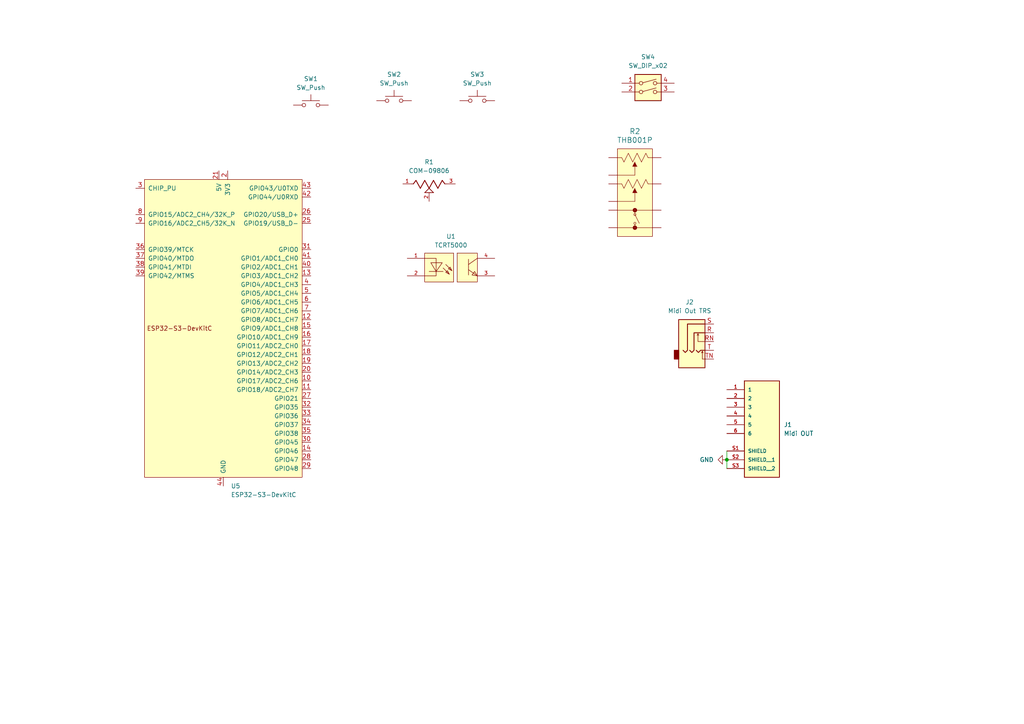
<source format=kicad_sch>
(kicad_sch (version 20231120) (generator "eeschema") (generator_version "8.0")
  (paper "A4")
  (lib_symbols
    (symbol "COM-09806:COM-09806" (pin_names (offset 1.016))
      (property "Reference" "R" (at -5.08 5.08 0))
      (property "Value" "COM-09806" (at -5.08 2.54 0))
      (symbol "COM-09806_0_0"
        (polyline (pts (xy -5.08 0) (xy -4.572 0)) (stroke (width 0.1524)))
        (polyline (pts (xy -4.572 0) (xy -3.81 1.016)) (stroke (width 0.254)))
        (polyline (pts (xy -3.81 1.016) (xy -2.54 -1.27)) (stroke (width 0.254)))
        (polyline (pts (xy -2.54 -1.27) (xy -1.27 1.016)) (stroke (width 0.254)))
        (polyline (pts (xy -1.27 -2.54) (xy 0 -1.27)) (stroke (width 0.2032)))
        (polyline (pts (xy -1.27 1.016) (xy 0 -1.27)) (stroke (width 0.254)))
        (polyline (pts (xy 0 -1.27) (xy 1.27 -2.54)) (stroke (width 0.2032)))
        (polyline (pts (xy 0 -1.27) (xy 1.27 1.016)) (stroke (width 0.254)))
        (polyline (pts (xy 1.27 -2.54) (xy -1.27 -2.54)) (stroke (width 0.2032)))
        (polyline (pts (xy 1.27 1.016) (xy 2.54 -1.27)) (stroke (width 0.254)))
        (polyline (pts (xy 2.54 -1.27) (xy 3.81 1.016)) (stroke (width 0.254)))
        (polyline (pts (xy 3.81 1.016) (xy 4.572 0)) (stroke (width 0.254)))
        (polyline (pts (xy 4.572 0) (xy 5.08 0)) (stroke (width 0.1524)))
        (pin passive line (at -7.62 0 0) (length 2.54) (name "~") (number "1"))
        (pin passive line (at 0 -5.08 90) (length 2.54) (name "~") (number "2"))
        (pin passive line (at 7.62 0 180) (length 2.54) (name "~") (number "3"))
      )
    )
    (symbol "Connector_Audio:AudioJack3_SwitchTR"
      (property "Reference" "J" (at 0 8.89 0))
      (property "Value" "AudioJack3_SwitchTR" (at 0 6.35 0))
      (symbol "AudioJack3_SwitchTR_0_1"
        (rectangle (start -5.08 -5.08) (end -6.35 -7.62) (stroke (width 0.254)) (fill (type outline)))
        (polyline (pts (xy 0.508 -0.254) (xy 0.762 -0.762)))
        (polyline (pts (xy 1.778 -5.334) (xy 2.032 -5.842)))
        (polyline (pts (xy 0 -5.08) (xy 0.635 -5.715) (xy 1.27 -5.08) (xy 2.54 -5.08)) (stroke (width 0.254)))
        (polyline (pts (xy 2.54 -7.62) (xy 1.778 -7.62) (xy 1.778 -5.334) (xy 1.524 -5.842)))
        (polyline (pts (xy 2.54 -2.54) (xy 0.508 -2.54) (xy 0.508 -0.254) (xy 0.254 -0.762)))
        (polyline (pts (xy -1.905 -5.08) (xy -1.27 -5.715) (xy -0.635 -5.08) (xy -0.635 0) (xy 2.54 0)) (stroke (width 0.254)))
        (polyline (pts (xy 2.54 2.54) (xy -2.54 2.54) (xy -2.54 -5.08) (xy -3.175 -5.715) (xy -3.81 -5.08)) (stroke (width 0.254)))
        (rectangle (start 2.54 3.81) (end -5.08 -10.16) (stroke (width 0.254)) (fill (type background)))
      )
      (symbol "AudioJack3_SwitchTR_1_1"
        (pin passive line (at 5.08 0 180) (length 2.54) (name "~") (number "R"))
        (pin passive line (at 5.08 -2.54 180) (length 2.54) (name "~") (number "RN"))
        (pin passive line (at 5.08 2.54 180) (length 2.54) (name "~") (number "S"))
        (pin passive line (at 5.08 -5.08 180) (length 2.54) (name "~") (number "T"))
        (pin passive line (at 5.08 -7.62 180) (length 2.54) (name "~") (number "TN"))
      )
    )
    (symbol "Espressif:ESP32-S3-DevKitC" (pin_names (offset 1.016))
      (property "Reference" "U" (at -22.86 48.26 0))
      (property "Value" "ESP32-S3-DevKitC" (at -22.86 45.72 0))
      (symbol "ESP32-S3-DevKitC_0_0"
        (text "ESP32-S3-DevKitC" (at -12.7 0 0) (effects (font (size 1.27 1.27))))
        (pin bidirectional line (at 25.4 -35.56 180) (length 2.54) (name "GPIO46") (number "14"))
        (pin bidirectional line (at 25.4 -10.16 180) (length 2.54) (name "GPIO13/ADC2_CH2") (number "19"))
        (pin bidirectional line (at -25.4 15.24 0) (length 2.54) (name "GPIO42/MTMS") (number "39"))
        (pin bidirectional line (at 25.4 17.78 180) (length 2.54) (name "GPIO2/ADC1_CH1") (number "40"))
        (pin bidirectional line (at 25.4 20.32 180) (length 2.54) (name "GPIO1/ADC1_CH0") (number "41"))
        (pin bidirectional line (at 25.4 38.1 180) (length 2.54) (name "GPIO44/U0RXD") (number "42"))
        (pin bidirectional line (at 25.4 40.64 180) (length 2.54) (name "GPIO43/U0TXD") (number "43"))
        (pin power_in line (at 0 -45.72 90) (length 2.54) (name "GND") (number "44"))
      )
      (symbol "ESP32-S3-DevKitC_0_1"
        (rectangle (start -22.86 43.18) (end 22.86 -43.18) (fill (type background)))
        (pin power_in line (at 1.27 45.72 270) (length 2.54) (name "3V3") (number "2"))
      )
      (symbol "ESP32-S3-DevKitC_1_1"
        (pin passive line (at 1.27 45.72 270) (length 2.54) hide (name "3V3") (number "1"))
        (pin bidirectional line (at 25.4 -15.24 180) (length 2.54) (name "GPIO17/ADC2_CH6") (number "10"))
        (pin bidirectional line (at 25.4 -17.78 180) (length 2.54) (name "GPIO18/ADC2_CH7") (number "11"))
        (pin bidirectional line (at 25.4 2.54 180) (length 2.54) (name "GPIO8/ADC1_CH7") (number "12"))
        (pin bidirectional line (at 25.4 15.24 180) (length 2.54) (name "GPIO3/ADC1_CH2") (number "13"))
        (pin bidirectional line (at 25.4 0 180) (length 2.54) (name "GPIO9/ADC1_CH8") (number "15"))
        (pin bidirectional line (at 25.4 -2.54 180) (length 2.54) (name "GPIO10/ADC1_CH9") (number "16"))
        (pin bidirectional line (at 25.4 -5.08 180) (length 2.54) (name "GPIO11/ADC2_CH0") (number "17"))
        (pin bidirectional line (at 25.4 -7.62 180) (length 2.54) (name "GPIO12/ADC2_CH1") (number "18"))
        (pin bidirectional line (at 25.4 -12.7 180) (length 2.54) (name "GPIO14/ADC2_CH3") (number "20"))
        (pin power_in line (at -1.27 45.72 270) (length 2.54) (name "5V") (number "21"))
        (pin passive line (at 0 -45.72 90) (length 2.54) hide (name "GND") (number "22"))
        (pin passive line (at 0 -45.72 90) (length 2.54) hide (name "GND") (number "23"))
        (pin passive line (at 0 -45.72 90) (length 2.54) hide (name "GND") (number "24"))
        (pin bidirectional line (at 25.4 30.48 180) (length 2.54) (name "GPIO19/USB_D-") (number "25"))
        (pin bidirectional line (at 25.4 33.02 180) (length 2.54) (name "GPIO20/USB_D+") (number "26"))
        (pin bidirectional line (at 25.4 -20.32 180) (length 2.54) (name "GPIO21") (number "27"))
        (pin bidirectional line (at 25.4 -38.1 180) (length 2.54) (name "GPIO47") (number "28"))
        (pin bidirectional line (at 25.4 -40.64 180) (length 2.54) (name "GPIO48") (number "29"))
        (pin input line (at -25.4 40.64 0) (length 2.54) (name "CHIP_PU") (number "3"))
        (pin bidirectional line (at 25.4 -33.02 180) (length 2.54) (name "GPIO45") (number "30"))
        (pin bidirectional line (at 25.4 22.86 180) (length 2.54) (name "GPIO0") (number "31"))
        (pin bidirectional line (at 25.4 -22.86 180) (length 2.54) (name "GPIO35") (number "32"))
        (pin bidirectional line (at 25.4 -25.4 180) (length 2.54) (name "GPIO36") (number "33"))
        (pin bidirectional line (at 25.4 -27.94 180) (length 2.54) (name "GPIO37") (number "34"))
        (pin bidirectional line (at 25.4 -30.48 180) (length 2.54) (name "GPIO38") (number "35"))
        (pin bidirectional line (at -25.4 22.86 0) (length 2.54) (name "GPIO39/MTCK") (number "36"))
        (pin bidirectional line (at -25.4 20.32 0) (length 2.54) (name "GPIO40/MTDO") (number "37"))
        (pin bidirectional line (at -25.4 17.78 0) (length 2.54) (name "GPIO41/MTDI") (number "38"))
        (pin bidirectional line (at 25.4 12.7 180) (length 2.54) (name "GPIO4/ADC1_CH3") (number "4"))
        (pin bidirectional line (at 25.4 10.16 180) (length 2.54) (name "GPIO5/ADC1_CH4") (number "5"))
        (pin bidirectional line (at 25.4 7.62 180) (length 2.54) (name "GPIO6/ADC1_CH5") (number "6"))
        (pin bidirectional line (at 25.4 5.08 180) (length 2.54) (name "GPIO7/ADC1_CH6") (number "7"))
        (pin bidirectional line (at -25.4 33.02 0) (length 2.54) (name "GPIO15/ADC2_CH4/32K_P") (number "8"))
        (pin bidirectional line (at -25.4 30.48 0) (length 2.54) (name "GPIO16/ADC2_CH5/32K_N") (number "9"))
      )
    )
    (symbol "MD-60SM:MD-60SM" (pin_names (offset 1.016))
      (property "Reference" "J" (at -5.08 10.922 0))
      (property "Value" "MD-60SM" (at -5.08 -20.32 0))
      (symbol "MD-60SM_0_0"
        (rectangle (start -5.08 -17.78) (end 5.08 10.16) (stroke (width 0.254)) (fill (type background)))
        (pin passive line (at -10.16 7.62 0) (length 5.08) (name "1") (number "1"))
        (pin passive line (at -10.16 5.08 0) (length 5.08) (name "2") (number "2"))
        (pin passive line (at -10.16 2.54 0) (length 5.08) (name "3") (number "3"))
        (pin passive line (at -10.16 0 0) (length 5.08) (name "4") (number "4"))
        (pin passive line (at -10.16 -2.54 0) (length 5.08) (name "5") (number "5"))
        (pin passive line (at -10.16 -5.08 0) (length 5.08) (name "6") (number "6"))
        (pin passive line (at -10.16 -10.16 0) (length 5.08) (name "SHIELD") (number "S1"))
        (pin passive line (at -10.16 -12.7 0) (length 5.08) (name "SHIELD__1") (number "S2"))
        (pin passive line (at -10.16 -15.24 0) (length 5.08) (name "SHIELD__2") (number "S3"))
      )
    )
    (symbol "Switch:SW_DIP_x02" (pin_names (offset 0) hide)
      (property "Reference" "SW" (at 0 6.35 0))
      (property "Value" "SW_DIP_x02" (at 0 -3.81 0))
      (symbol "SW_DIP_x02_0_0"
        (circle (center -2.032 0) (radius 0.508))
        (circle (center -2.032 2.54) (radius 0.508))
        (polyline (pts (xy -1.524 0.127) (xy 2.3622 1.1684)))
        (polyline (pts (xy -1.524 2.667) (xy 2.3622 3.7084)))
        (circle (center 2.032 0) (radius 0.508))
        (circle (center 2.032 2.54) (radius 0.508))
      )
      (symbol "SW_DIP_x02_0_1"
        (rectangle (start -3.81 5.08) (end 3.81 -2.54) (stroke (width 0.254)) (fill (type background)))
      )
      (symbol "SW_DIP_x02_1_1"
        (pin passive line (at -7.62 2.54 0) (length 5.08) (name "~") (number "1"))
        (pin passive line (at -7.62 0 0) (length 5.08) (name "~") (number "2"))
        (pin passive line (at 7.62 0 180) (length 5.08) (name "~") (number "3"))
        (pin passive line (at 7.62 2.54 180) (length 5.08) (name "~") (number "4"))
      )
    )
    (symbol "Switch:SW_Push" (pin_numbers hide) (pin_names (offset 1.016) hide)
      (property "Reference" "SW" (at 1.27 2.54 0))
      (property "Value" "SW_Push" (at 0 -1.524 0))
      (symbol "SW_Push_0_1"
        (circle (center -2.032 0) (radius 0.508))
        (polyline (pts (xy 0 1.27) (xy 0 3.048)))
        (polyline (pts (xy 2.54 1.27) (xy -2.54 1.27)))
        (circle (center 2.032 0) (radius 0.508))
        (pin passive line (at -5.08 0 0) (length 2.54) (name "1") (number "1"))
        (pin passive line (at 5.08 0 180) (length 2.54) (name "2") (number "2"))
      )
    )
    (symbol "THB001P:THB001P" (pin_numbers hide) (pin_names (offset 0.254) hide)
      (property "Reference" "R" (at 12.7 7.62 0))
      (property "Value" "THB001P" (at 12.7 5.08 0))
      (symbol "THB001P_0_1"
        (polyline (pts (xy 7.62 -20.32) (xy 17.78 -20.32)) (stroke (width 0.127)))
        (polyline (pts (xy 7.62 -15.24) (xy 17.78 -15.24)) (stroke (width 0.127)))
        (polyline (pts (xy 7.62 -12.7) (xy 12.7 -12.7)) (stroke (width 0.127)))
        (polyline (pts (xy 7.62 -7.62) (xy 8.89 -7.62)) (stroke (width 0.127)))
        (polyline (pts (xy 7.62 -5.08) (xy 12.7 -5.08)) (stroke (width 0.127)))
        (polyline (pts (xy 7.62 0) (xy 8.89 0)) (stroke (width 0.127)))
        (polyline (pts (xy 8.89 -7.62) (xy 9.525 -8.89)) (stroke (width 0.127)))
        (polyline (pts (xy 8.89 0) (xy 9.525 -1.27)) (stroke (width 0.127)))
        (polyline (pts (xy 9.525 -8.89) (xy 10.795 -6.35)) (stroke (width 0.127)))
        (polyline (pts (xy 9.525 -1.27) (xy 10.795 1.27)) (stroke (width 0.127)))
        (polyline (pts (xy 10.795 -6.35) (xy 12.065 -8.89)) (stroke (width 0.127)))
        (polyline (pts (xy 10.795 1.27) (xy 12.065 -1.27)) (stroke (width 0.127)))
        (polyline (pts (xy 12.065 -8.89) (xy 13.335 -6.35)) (stroke (width 0.127)))
        (polyline (pts (xy 12.065 -1.27) (xy 13.335 1.27)) (stroke (width 0.127)))
        (polyline (pts (xy 12.7 -19.3675) (xy 12.7 -20.32)) (stroke (width 0.127)))
        (polyline (pts (xy 12.7 -16.51) (xy 13.97 -19.05)) (stroke (width 0.127)))
        (polyline (pts (xy 12.7 -16.1925) (xy 12.7 -15.24)) (stroke (width 0.127)))
        (polyline (pts (xy 12.7 -12.7) (xy 12.7 -10.16)) (stroke (width 0.127)))
        (polyline (pts (xy 12.7 -5.08) (xy 12.7 -2.54)) (stroke (width 0.127)))
        (polyline (pts (xy 13.335 -6.35) (xy 14.605 -8.89)) (stroke (width 0.127)))
        (polyline (pts (xy 13.335 1.27) (xy 14.605 -1.27)) (stroke (width 0.127)))
        (polyline (pts (xy 14.605 -8.89) (xy 15.875 -6.35)) (stroke (width 0.127)))
        (polyline (pts (xy 14.605 -1.27) (xy 15.875 1.27)) (stroke (width 0.127)))
        (polyline (pts (xy 15.875 -6.35) (xy 16.51 -7.62)) (stroke (width 0.127)))
        (polyline (pts (xy 15.875 1.27) (xy 16.51 0)) (stroke (width 0.127)))
        (polyline (pts (xy 16.51 -7.62) (xy 17.78 -7.62)) (stroke (width 0.127)))
        (polyline (pts (xy 16.51 0) (xy 17.78 0)) (stroke (width 0.127)))
        (polyline (pts (xy 12.7 -8.89) (xy 12.065 -10.16) (xy 13.335 -10.16)) (fill (type outline)))
        (polyline (pts (xy 12.7 -1.27) (xy 12.065 -2.54) (xy 13.335 -2.54)) (fill (type outline)))
        (circle (center 12.7 -20.32) (radius 0.127) (stroke (width 0.508)))
        (circle (center 12.7 -19.05) (radius 0.3048) (stroke (width 0.127)))
        (circle (center 12.7 -16.51) (radius 0.3048) (stroke (width 0.127)))
        (circle (center 12.7 -15.24) (radius 0.127) (stroke (width 0.508)))
      )
      (symbol "THB001P_1_1"
        (rectangle (start 7.62 2.54) (end 17.78 -22.86) (fill (type background)))
        (pin passive line (at 5.08 0 0) (length 2.54) (name "1") (number "1"))
        (pin passive line (at 5.08 -7.62 0) (length 2.54) (name "1'") (number "1'"))
        (pin passive line (at 5.08 -5.08 0) (length 2.54) (name "2") (number "2"))
        (pin passive line (at 5.08 -12.7 0) (length 2.54) (name "2'") (number "2'"))
        (pin passive line (at 20.32 0 180) (length 2.54) (name "3") (number "3"))
        (pin passive line (at 20.32 -7.62 180) (length 2.54) (name "3'") (number "3'"))
        (pin passive line (at 5.08 -15.24 0) (length 2.54) (name "A") (number "A"))
        (pin passive line (at 20.32 -15.24 180) (length 2.54) (name "B") (number "B"))
        (pin passive line (at 5.08 -20.32 0) (length 2.54) (name "C") (number "C"))
        (pin passive line (at 20.32 -20.32 180) (length 2.54) (name "D") (number "D"))
      )
    )
    (symbol "jlc_symbols:TCRT5000" (pin_names hide)
      (property "Reference" "U" (at 0 1.27 0))
      (property "Value" "TCRT5000" (at 0 -2.54 0))
      (symbol "TCRT5000_0_1"
        (rectangle (start -7.62 4.064) (end 0.762 -4.318) (fill (type background)))
        (polyline (pts (xy -2.286 -1.27) (xy -6.35 -1.27)))
        (polyline (pts (xy -2.286 -0.254) (xy -0.508 -2.032)))
        (polyline (pts (xy -1.524 0.762) (xy 0.254 -1.016)))
        (polyline (pts (xy 5.08 -0.762) (xy 7.62 -2.54)))
        (polyline (pts (xy 5.08 2.286) (xy 5.08 -2.286)))
        (polyline (pts (xy 7.62 2.54) (xy 5.08 0.762)))
        (polyline (pts (xy -7.62 2.54) (xy -4.318 2.54) (xy -4.318 -2.54) (xy -7.62 -2.54)))
        (polyline (pts (xy -5.842 1.27) (xy -4.318 -1.27) (xy -2.54 1.27) (xy -5.842 1.27)) (fill (type background)))
        (polyline (pts (xy -0.508 -2.032) (xy -1.016 -1.016) (xy -1.524 -1.524) (xy -0.508 -2.032)) (fill (type background)))
        (polyline (pts (xy 0.254 -1.016) (xy -0.254 0) (xy -0.762 -0.508) (xy 0.254 -1.016)) (fill (type background)))
        (polyline (pts (xy 7.62 -2.54) (xy 6.858 -1.27) (xy 6.096 -2.286) (xy 7.62 -2.54)) (fill (type background)))
        (rectangle (start 1.778 4.064) (end 7.62 -4.318) (fill (type background)))
        (pin unspecified line (at -12.7 2.54 0) (length 5.08) (name "1") (number "1"))
        (pin unspecified line (at -12.7 -2.54 0) (length 5.08) (name "2") (number "2"))
        (pin unspecified line (at 12.7 -2.54 180) (length 5.08) (name "3") (number "3"))
        (pin unspecified line (at 12.7 2.54 180) (length 5.08) (name "4") (number "4"))
      )
    )
    (symbol "power:GND" (power) (pin_numbers hide) (pin_names (offset 0) hide)
      (property "Value" "GND" (at 0 -3.81 0))
      (symbol "GND_0_1"
        (polyline (pts (xy 0 0) (xy 0 -1.27) (xy 1.27 -1.27) (xy 0 -2.54) (xy -1.27 -1.27) (xy 0 -1.27)))
      )
      (symbol "GND_1_1"
        (pin power_in line (at 0 0 270) (length 0) (name "~") (number "1"))
      )
    )
  )
  (junction (at 210.82 133.35))
  (wire (pts (xy 210.82 130.81) (xy 210.82 133.35)))
  (wire (pts (xy 210.82 133.35) (xy 210.82 135.89)))
  (symbol (lib_id "Switch:SW_DIP_x02") (at 187.96 26.67 0) (unit 1)
    (property "Reference" "SW4" (at 187.96 16.51 0))
    (property "Value" "SW_DIP_x02" (at 187.96 19.05 0))
    (property "Footprint" "Button_Switch_THT:SW_DIP_SPSTx02_Slide_6.7x6.64mm_W7.62mm_P2.54mm_LowProfile" (effects (hide yes)))
    (property "Description" "2x DIP Switch, Single Pole Single Throw (SPST) switch, small symbol" (effects (hide yes)))
  )
  (symbol (lib_id "COM-09806:COM-09806") (at 124.46 53.34 0) (unit 1)
    (property "Reference" "R1" (at 124.46 46.99 0))
    (property "Value" "COM-09806" (at 124.46 49.53 0))
    (property "Footprint" "COM-09806:COM-09806" (effects (hide yes)))
    (property "Datasheet" "https://mm.digikey.com/Volume0/opasdata/d220001/medias/docus/2314/COM-09806_Web.pdf" (effects (hide yes)))
    (property "STANDARD" "Manufacturer Recommendations" (effects (hide yes)))
    (property "MAXIMUM_PACKAGE_HEIGHT" "5.08 mm" (effects (hide yes)))
    (property "MANUFACTURER" "Sparkfun" (effects (hide yes)))
  )
  (symbol (lib_id "Connector_Audio:AudioJack3_SwitchTR") (at 201.93 96.52 0) (unit 1)
    (property "Reference" "J2" (at 200.025 87.63 0))
    (property "Value" "Midi Out TRS" (at 200.025 90.17 0))
    (property "Footprint" "Connector_Audio:Jack_3.5mm_CUI_SJ2-3593D-SMT_Horizontal" (effects (hide yes)))
    (property "Description" "Audio Jack, 3 Poles (Stereo / TRS), Switched TR Poles (Normalling)" (effects (hide yes)))
  )
  (symbol (lib_id "Switch:SW_Push") (at 138.43 29.21 0) (unit 1)
    (property "Reference" "SW3" (at 138.43 21.59 0))
    (property "Value" "SW_Push" (at 138.43 24.13 0))
    (property "Footprint" "pts636:pts636" (effects (hide yes)))
    (property "Datasheet" "https://www.digikey.ch/en/products/detail/c-k/PTS636SL43-LFS/10071714" (effects (hide yes)))
    (property "Description" "Push button switch, generic, two pins" (effects (hide yes)))
  )
  (symbol (lib_id "Switch:SW_Push") (at 90.17 30.48 0) (unit 1)
    (property "Reference" "SW1" (at 90.17 22.86 0))
    (property "Value" "SW_Push" (at 90.17 25.4 0))
    (property "Footprint" "pts636:pts636" (effects (hide yes)))
    (property "Datasheet" "https://www.digikey.ch/en/products/detail/c-k/PTS636SL43-LFS/10071714" (effects (hide yes)))
    (property "Description" "Push button switch, generic, two pins" (effects (hide yes)))
  )
  (symbol (lib_id "power:GND") (at 210.82 133.35 270) (unit 1)
    (property "Reference" "#PWR01" (effects (hide yes)))
    (property "Value" "GND" (at 207.01 133.3499 90) (effects (justify right)))
    (property "Description" "Power symbol creates a global label with name \"GND\" , ground" (effects (hide yes)))
  )
  (symbol (lib_id "THB001P:THB001P") (at 171.45 45.72 0) (unit 1)
    (property "Reference" "R2" (at 184.15 38.1 0) (effects (font (size 1.524 1.524))))
    (property "Value" "THB001P" (at 184.15 40.64 0) (effects (font (size 1.524 1.524))))
    (property "Footprint" "THB001P:THB001P" (effects (hide yes)))
    (property "Datasheet" "https://www.ckswitches.com/media/2873/thb.pdf" (effects (hide yes)))
  )
  (symbol (lib_id "jlc_symbols:TCRT5000") (at 130.81 77.47 0) (unit 1)
    (property "Reference" "U1" (at 130.81 68.58 0))
    (property "Value" "TCRT5000" (at 130.81 71.12 0))
    (property "Footprint" "jlc_footprints:OPTO-TH_TCRT5000" (effects (hide yes)))
    (property "Datasheet" "https://atta.szlcsc.com/upload/public/pdf/source/20220524/56309200CFD992CFE90087BA59F1182D.pdf" (effects (hide yes)))
    (property "LCSC" "C2984661" (effects (hide yes)))
  )
  (symbol (lib_id "MD-60SM:MD-60SM") (at 220.98 120.65 0) (unit 1)
    (property "Reference" "J1" (at 227.33 123.1899 0) (effects (justify left)))
    (property "Value" "Midi OUT" (at 227.33 125.7299 0) (effects (justify left)))
    (property "Footprint" "MD-60SM" (effects (hide yes)))
    (property "PARTREV" "02/18/2022" (effects (hide yes)))
    (property "STANDARD" "Manufacturer Recommendations" (effects (hide yes)))
    (property "MAXIMUM_PACKAGE_HEIGHT" "12.8 mm" (effects (hide yes)))
    (property "MANUFACTURER" "CUI" (effects (hide yes)))
  )
  (symbol (lib_id "Espressif:ESP32-S3-DevKitC") (at 64.77 95.25 0) (unit 1)
    (property "Reference" "U5" (at 66.9641 140.97 0) (effects (justify left)))
    (property "Value" "ESP32-S3-DevKitC" (at 66.9641 143.51 0) (effects (justify left)))
    (property "Footprint" "Espressif:ESP32-S3-DevKitC" (effects (hide yes)))
  )
  (symbol (lib_id "Switch:SW_Push") (at 114.3 29.21 0) (unit 1)
    (property "Reference" "SW2" (at 114.3 21.59 0))
    (property "Value" "SW_Push" (at 114.3 24.13 0))
    (property "Footprint" "pts636:pts636" (effects (hide yes)))
    (property "Datasheet" "https://www.digikey.ch/en/products/detail/c-k/PTS636SL43-LFS/10071714" (effects (hide yes)))
    (property "Description" "Push button switch, generic, two pins" (effects (hide yes)))
  )
)
</source>
